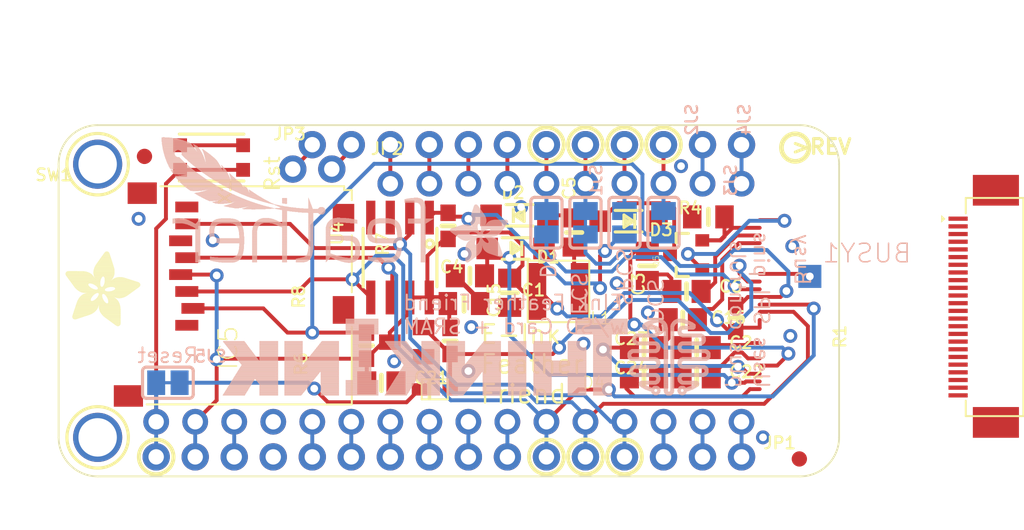
<source format=kicad_pcb>
(kicad_pcb (version 20171130) (host pcbnew 5.1.6-c6e7f7d~87~ubuntu18.04.1)
  (layers (0 Top signal) (31 Bottom signal) (34 B.Paste user) (35 F.Paste user) (36 B.SilkS user) (37 F.SilkS user) (38 B.Mask user) (39 F.Mask user) (44 Edge.Cuts user))
  (net 0 "")
  (net 1 GND)
  (net 2 3.3V)
  (net 3 "Net-(C16-Pad2)")
  (net 4 /MOSI)
  (net 5 /SCLK)
  (net 6 "Net-(U4-Pad3)")
  (net 7 /SRAM_CS)
  (net 8 /MISO)
  (net 9 "Net-(X1-Pad1)")
  (net 10 /SD_CS)
  (net 11 "Net-(X1-Pad8)")
  (net 12 "Net-(X1-PadCD2)")
  (net 13 "Net-(X1-PadCD1)")
  (net 14 "Net-(C24-Pad2)")
  (net 15 /VGL)
  (net 16 "Net-(C23-Pad2)")
  (net 17 /VGH)
  (net 18 "Net-(C22-Pad2)")
  (net 19 "Net-(EINK1-Pad19)")
  (net 20 "Net-(C2-Pad2)")
  (net 21 /EINK_CS)
  (net 22 /DC)
  (net 23 /EINK_RESET)
  (net 24 /BUSY)
  (net 25 "Net-(EINK1-Pad7)")
  (net 26 "Net-(EINK1-Pad6)")
  (net 27 "Net-(C6-Pad2)")
  (net 28 /RESE)
  (net 29 /GDR)
  (net 30 "Net-(C5-Pad2)")
  (net 31 "Net-(C5-Pad1)")
  (net 32 /RESET)
  (net 33 "Net-(JP1-Pad14)")
  (net 34 "Net-(JP1-Pad1)")
  (net 35 "Net-(JP1-Pad2)")
  (net 36 "Net-(JP1-Pad3)")
  (net 37 "Net-(JP1-Pad7)")
  (net 38 "Net-(JP1-Pad8)")
  (net 39 "Net-(JP1-Pad9)")
  (net 40 "Net-(JP1-Pad10)")
  (net 41 "Net-(JP1-Pad11)")
  (net 42 "Net-(JP1-Pad12)")
  (net 43 "Net-(JP2-Pad10)")
  (net 44 "Net-(JP2-Pad9)")
  (net 45 "Net-(JP2-Pad8)")
  (net 46 "Net-(JP2-Pad7)")
  (net 47 "Net-(JP2-Pad6)")
  (net 48 "Net-(JP2-Pad5)")
  (net 49 "Net-(JP2-Pad4)")
  (net 50 "Net-(JP2-Pad3)")
  (net 51 "Net-(JP2-Pad2)")
  (net 52 "Net-(JP2-Pad1)")
  (net 53 "Net-(JP3-Pad2)")
  (net 54 "Net-(JP3-Pad1)")
  (net 55 "Net-(D4-PadC)")
  (module "Adafruit eInk Feather Friend:FIDUCIAL_1MM" (layer Top) (at 171.3131 115.2976)
    (fp_text reference FID1 hide)
    (fp_text value FIDUCIAL_1MM hide)
    (pad 1 smd roundrect (at 0 0) (size 1 1) (layers Top F.Mask) (roundrect_rratio 0.5))
  )
  (module "Adafruit eInk Feather Friend:0805-NO" (layer Top) (at 152.4595 104.482 90)
    (fp_text reference C15 (at -1.694 -0.5635 90) (layer F.SilkS) (effects (font (size 0.77216 0.77216) (thickness 0.138988)) (justify left bottom)))
    (fp_text value 10uF/10V+)
    (pad 2 smd rect (at 0.95 0 90) (size 1.24 1.5) (layers Top F.Paste F.Mask) (net 2 3.3V))
    (pad 1 smd rect (at -0.95 0 90) (size 1.24 1.5) (layers Top F.Paste F.Mask) (net 1 GND))
  )
  (module "Adafruit eInk Feather Friend:0805-NO" (layer Top) (at 163.7275 106.2334)
    (fp_text reference C16 (at 1.778 0.3175) (layer F.SilkS) (effects (font (size 0.77216 0.77216) (thickness 0.138988)) (justify left bottom)))
    (fp_text value 1uF)
    (pad 2 smd rect (at 0.95 0) (size 1.24 1.5) (layers Top F.Paste F.Mask) (net 3 "Net-(C16-Pad2)"))
    (pad 1 smd rect (at -0.95 0) (size 1.24 1.5) (layers Top F.Paste F.Mask) (net 1 GND))
  )
  (module "Adafruit eInk Feather Friend:0805-NO" (layer Top) (at 144.1081 110.3476)
    (fp_text reference C21 (at 2.032 0.127) (layer F.SilkS) (effects (font (size 0.77216 0.77216) (thickness 0.138988)) (justify left bottom)))
    (fp_text value 10µF)
    (pad 2 smd rect (at 0.95 0) (size 1.24 1.5) (layers Top F.Paste F.Mask) (net 1 GND))
    (pad 1 smd rect (at -0.95 0) (size 1.24 1.5) (layers Top F.Paste F.Mask) (net 2 3.3V))
  )
  (module "Adafruit eInk Feather Friend:SOIC8_150MIL" (layer Top) (at 145.3217 102.1896 180)
    (fp_text reference U4 (at 3.643 0.717 90) (layer F.SilkS) (effects (font (size 0.77216 0.77216) (thickness 0.138988)) (justify left bottom)))
    (fp_text value 23K256-I/SN)
    (pad 5 smd rect (at 1.905 -2.6 180) (size 0.6 2.2) (layers Top F.Paste F.Mask) (net 4 /MOSI))
    (pad 6 smd rect (at 0.635 -2.6 180) (size 0.6 2.2) (layers Top F.Paste F.Mask) (net 5 /SCLK))
    (pad 8 smd rect (at -1.905 -2.6 180) (size 0.6 2.2) (layers Top F.Paste F.Mask) (net 2 3.3V))
    (pad 4 smd rect (at 1.905 2.6 180) (size 0.6 2.2) (layers Top F.Paste F.Mask) (net 1 GND))
    (pad 3 smd rect (at 0.635 2.6 180) (size 0.6 2.2) (layers Top F.Paste F.Mask) (net 6 "Net-(U4-Pad3)"))
    (pad 1 smd rect (at -1.905 2.6 180) (size 0.6 2.2) (layers Top F.Paste F.Mask) (net 7 /SRAM_CS))
    (pad 7 smd rect (at -0.635 -2.6 180) (size 0.6 2.2) (layers Top F.Paste F.Mask) (net 2 3.3V))
    (pad 2 smd rect (at -0.635 2.6 180) (size 0.6 2.2) (layers Top F.Paste F.Mask) (net 8 /MISO))
  )
  (module "Adafruit eInk Feather Friend:0805_10MGAP" (layer Top) (at 149.4863 105.1826)
    (fp_text reference C1 (at 3.678 -0.4215) (layer F.SilkS) (effects (font (size 0.77216 0.77216) (thickness 0.138988)) (justify left bottom)))
    (fp_text value 1uF)
    (pad 2 smd rect (at 1.05 0) (size 1.2 1.5) (layers Top F.Paste F.Mask) (net 1 GND))
    (pad 1 smd rect (at -1.05 0) (size 1.2 1.5) (layers Top F.Paste F.Mask) (net 2 3.3V))
  )
  (module "Adafruit eInk Feather Friend:MICROSD" (layer Top) (at 142.0839 97.5986 270)
    (fp_text reference X1 (at 1.18 7.69 90) (layer F.SilkS) (effects (font (size 0.77216 0.77216) (thickness 0.138988)) (justify left bottom)))
    (fp_text value MICROSD)
    (pad 1 smd rect (at 9 10.64 270) (size 0.7 1.5) (layers Top F.Paste F.Mask) (net 9 "Net-(X1-Pad1)"))
    (pad 2 smd rect (at 7.9 10.24 270) (size 0.7 1.5) (layers Top F.Paste F.Mask) (net 10 /SD_CS))
    (pad 3 smd rect (at 6.8 10.64 270) (size 0.7 1.5) (layers Top F.Paste F.Mask) (net 4 /MOSI))
    (pad 4 smd rect (at 5.7 11.04 270) (size 0.7 1.5) (layers Top F.Paste F.Mask) (net 2 3.3V))
    (pad 5 smd rect (at 4.6 10.64 270) (size 0.7 1.5) (layers Top F.Paste F.Mask) (net 5 /SCLK))
    (pad 6 smd rect (at 3.5 11.04 270) (size 0.7 1.5) (layers Top F.Paste F.Mask) (net 1 GND))
    (pad 7 smd rect (at 2.4 10.64 270) (size 0.7 1.5) (layers Top F.Paste F.Mask) (net 8 /MISO))
    (pad 8 smd rect (at 1.3 10.64 270) (size 0.7 1.5) (layers Top F.Paste F.Mask) (net 11 "Net-(X1-Pad8)"))
    (pad CD2 smd rect (at 8 0.44) (size 1.4 1.8) (layers Top F.Paste F.Mask) (net 12 "Net-(X1-PadCD2)"))
    (pad CD1 smd rect (at 2 0.44) (size 1.4 1.8) (layers Top F.Paste F.Mask) (net 13 "Net-(X1-PadCD1)"))
    (pad MT2 smd rect (at 13.6 14.44 270) (size 1.4 1.9) (layers Top F.Paste F.Mask) (net 1 GND))
    (pad MT1 smd rect (at 0.4 13.54 270) (size 1.4 1.9) (layers Top F.Paste F.Mask) (net 1 GND))
  )
  (module "Adafruit eInk Feather Friend:FIDUCIAL_1MM" (layer Top) (at 128.6891 95.6056)
    (fp_text reference FID3 hide)
    (fp_text value FIDUCIAL_1MM hide)
    (pad 1 smd roundrect (at 0 0) (size 1 1) (layers Top F.Mask) (roundrect_rratio 0.5))
  )
  (module "Adafruit eInk Feather Friend:PCBFEAT-REV-040" (layer Top) (at 171.0436 95.0341)
    (fp_text reference U$9 hide)
    (fp_text value "" hide)
    (fp_text user >REV (at -0.3556 0.508) (layer F.SilkS) (effects (font (size 0.9652 0.9652) (thickness 0.2032)) (justify left bottom)))
  )
  (module "Adafruit eInk Feather Friend:EINK_24PIN" (layer Top) (at 183.896 105.41 270)
    (fp_text reference EINK1 hide)
    (fp_text value EINK_24PIN_CONNECTOR hide)
    (pad 24 smd rect (at 5.75 2.25 270) (size 0.275 1.25) (layers Top F.Paste F.Mask) (net 14 "Net-(C24-Pad2)"))
    (pad 23 smd rect (at 5.25 2.25 270) (size 0.275 1.25) (layers Top F.Paste F.Mask) (net 15 /VGL))
    (pad 22 smd rect (at 4.75 2.25 270) (size 0.275 1.25) (layers Top F.Paste F.Mask) (net 16 "Net-(C23-Pad2)"))
    (pad 21 smd rect (at 4.25 2.25 270) (size 0.275 1.25) (layers Top F.Paste F.Mask) (net 17 /VGH))
    (pad 20 smd rect (at 3.75 2.25 270) (size 0.275 1.25) (layers Top F.Paste F.Mask) (net 18 "Net-(C22-Pad2)"))
    (pad 19 smd rect (at 3.25 2.25 270) (size 0.275 1.25) (layers Top F.Paste F.Mask) (net 19 "Net-(EINK1-Pad19)"))
    (pad 18 smd rect (at 2.75 2.25 270) (size 0.275 1.25) (layers Top F.Paste F.Mask) (net 20 "Net-(C2-Pad2)"))
    (pad 17 smd rect (at 2.25 2.25 270) (size 0.275 1.25) (layers Top F.Paste F.Mask) (net 1 GND))
    (pad 16 smd rect (at 1.75 2.25 270) (size 0.275 1.25) (layers Top F.Paste F.Mask) (net 2 3.3V))
    (pad 15 smd rect (at 1.25 2.25 270) (size 0.275 1.25) (layers Top F.Paste F.Mask) (net 2 3.3V))
    (pad 14 smd rect (at 0.75 2.25 270) (size 0.275 1.25) (layers Top F.Paste F.Mask) (net 4 /MOSI))
    (pad 13 smd rect (at 0.25 2.25 270) (size 0.275 1.25) (layers Top F.Paste F.Mask) (net 5 /SCLK))
    (pad 12 smd rect (at -0.25 2.25 270) (size 0.275 1.25) (layers Top F.Paste F.Mask) (net 21 /EINK_CS))
    (pad 11 smd rect (at -0.75 2.25 270) (size 0.275 1.25) (layers Top F.Paste F.Mask) (net 22 /DC))
    (pad 10 smd rect (at -1.25 2.25 270) (size 0.275 1.25) (layers Top F.Paste F.Mask) (net 23 /EINK_RESET))
    (pad 9 smd rect (at -1.75 2.25 270) (size 0.275 1.25) (layers Top F.Paste F.Mask) (net 24 /BUSY))
    (pad 8 smd rect (at -2.25 2.25 270) (size 0.275 1.25) (layers Top F.Paste F.Mask) (net 1 GND))
    (pad 7 smd rect (at -2.75 2.25 270) (size 0.275 1.25) (layers Top F.Paste F.Mask) (net 25 "Net-(EINK1-Pad7)"))
    (pad 6 smd rect (at -3.25 2.25 270) (size 0.275 1.25) (layers Top F.Paste F.Mask) (net 26 "Net-(EINK1-Pad6)"))
    (pad 5 smd rect (at -3.75 2.25 270) (size 0.275 1.25) (layers Top F.Paste F.Mask) (net 3 "Net-(C16-Pad2)"))
    (pad 4 smd rect (at -4.25 2.25 270) (size 0.275 1.25) (layers Top F.Paste F.Mask) (net 27 "Net-(C6-Pad2)"))
    (pad 3 smd rect (at -4.75 2.25 270) (size 0.275 1.25) (layers Top F.Paste F.Mask) (net 28 /RESE))
    (pad 2 smd rect (at -5.25 2.25 270) (size 0.275 1.25) (layers Top F.Paste F.Mask) (net 29 /GDR))
    (pad 1 smd rect (at -5.75 2.25 270) (size 0.275 1.25) (layers Top F.Paste F.Mask))
    (pad SPRT2 smd rect (at 7.51 -0.21 180) (size 3 2) (layers Top F.Paste F.Mask))
    (pad SPRT1 smd rect (at -7.6 -0.21 180) (size 3 2) (layers Top F.Paste F.Mask))
  )
  (module "Adafruit eInk Feather Friend:0805-NO" (layer Top) (at 164.6301 108.0516)
    (fp_text reference C2 (at 2.032 0.127) (layer F.SilkS) (effects (font (size 0.77216 0.77216) (thickness 0.138988)) (justify left bottom)))
    (fp_text value 1uF/10V)
    (pad 2 smd rect (at 0.95 0) (size 1.24 1.5) (layers Top F.Paste F.Mask) (net 20 "Net-(C2-Pad2)"))
    (pad 1 smd rect (at -0.95 0) (size 1.24 1.5) (layers Top F.Paste F.Mask) (net 1 GND))
  )
  (module "Adafruit eInk Feather Friend:0805-NO" (layer Top) (at 164.6301 109.9566)
    (fp_text reference C22 (at 2.032 0.127) (layer F.SilkS) (effects (font (size 0.77216 0.77216) (thickness 0.138988)) (justify left bottom)))
    (fp_text value 1uF/25V)
    (pad 2 smd rect (at 0.95 0) (size 1.24 1.5) (layers Top F.Paste F.Mask) (net 18 "Net-(C22-Pad2)"))
    (pad 1 smd rect (at -0.95 0) (size 1.24 1.5) (layers Top F.Paste F.Mask) (net 1 GND))
  )
  (module "Adafruit eInk Feather Friend:0805-NO" (layer Top) (at 161.2011 108.0516 180)
    (fp_text reference C23 (at 2.032 0.127) (layer F.SilkS) (effects (font (size 0.77216 0.77216) (thickness 0.138988)) (justify left bottom)))
    (fp_text value 1uF/25V)
    (pad 2 smd rect (at 0.95 0 180) (size 1.24 1.5) (layers Top F.Paste F.Mask) (net 16 "Net-(C23-Pad2)"))
    (pad 1 smd rect (at -0.95 0 180) (size 1.24 1.5) (layers Top F.Paste F.Mask) (net 1 GND))
  )
  (module "Adafruit eInk Feather Friend:0805-NO" (layer Top) (at 161.2011 109.9566 180)
    (fp_text reference C24 (at 2.032 0.127) (layer F.SilkS) (effects (font (size 0.77216 0.77216) (thickness 0.138988)) (justify left bottom)))
    (fp_text value 1uF)
    (pad 2 smd rect (at 0.95 0 180) (size 1.24 1.5) (layers Top F.Paste F.Mask) (net 14 "Net-(C24-Pad2)"))
    (pad 1 smd rect (at -0.95 0 180) (size 1.24 1.5) (layers Top F.Paste F.Mask) (net 1 GND))
  )
  (module "Adafruit eInk Feather Friend:0805-NO" (layer Top) (at 161.417 102.7303 270)
    (fp_text reference C3 (at 2.032 0.127 90) (layer F.SilkS) (effects (font (size 0.77216 0.77216) (thickness 0.138988)) (justify left bottom)))
    (fp_text value 1uF/25V)
    (pad 2 smd rect (at 0.95 0 270) (size 1.24 1.5) (layers Top F.Paste F.Mask) (net 1 GND))
    (pad 1 smd rect (at -0.95 0 270) (size 1.24 1.5) (layers Top F.Paste F.Mask) (net 17 /VGH))
  )
  (module "Adafruit eInk Feather Friend:0805-NO" (layer Top) (at 149.8727 103.378 180)
    (fp_text reference C4 (at 2.032 0.127) (layer F.SilkS) (effects (font (size 0.77216 0.77216) (thickness 0.138988)) (justify left bottom)))
    (fp_text value 1uF/25V)
    (pad 2 smd rect (at 0.95 0 180) (size 1.24 1.5) (layers Top F.Paste F.Mask) (net 1 GND))
    (pad 1 smd rect (at -0.95 0 180) (size 1.24 1.5) (layers Top F.Paste F.Mask) (net 15 /VGL))
  )
  (module "Adafruit eInk Feather Friend:SOD-123" (layer Top) (at 153.0985 99.441)
    (fp_text reference D2 (at -1.27 -1.016) (layer F.SilkS) (effects (font (size 0.77216 0.77216) (thickness 0.138988)) (justify left bottom)))
    (fp_text value MBR0530)
    (pad A smd rect (at 1.85 0 90) (size 1.4 1.4) (layers Top F.Paste F.Mask) (net 30 "Net-(C5-Pad2)"))
    (pad C smd rect (at -1.85 0 90) (size 1.4 1.4) (layers Top F.Paste F.Mask) (net 1 GND))
  )
  (module "Adafruit eInk Feather Friend:SOD-123" (layer Top) (at 152.8445 101.6 180)
    (fp_text reference D1 (at -1.27 -1.016) (layer F.SilkS) (effects (font (size 0.77216 0.77216) (thickness 0.138988)) (justify left bottom)))
    (fp_text value MBR0530)
    (pad A smd rect (at 1.85 0 270) (size 1.4 1.4) (layers Top F.Paste F.Mask) (net 15 /VGL))
    (pad C smd rect (at -1.85 0 270) (size 1.4 1.4) (layers Top F.Paste F.Mask) (net 30 "Net-(C5-Pad2)"))
  )
  (module "Adafruit eInk Feather Friend:0805-NO" (layer Top) (at 156.6545 100.5586 90)
    (fp_text reference C5 (at 2.032 0.127 90) (layer F.SilkS) (effects (font (size 0.77216 0.77216) (thickness 0.138988)) (justify left bottom)))
    (fp_text value 10uF/25V)
    (pad 2 smd rect (at 0.95 0 90) (size 1.24 1.5) (layers Top F.Paste F.Mask) (net 30 "Net-(C5-Pad2)"))
    (pad 1 smd rect (at -0.95 0 90) (size 1.24 1.5) (layers Top F.Paste F.Mask) (net 31 "Net-(C5-Pad1)"))
  )
  (module "Adafruit eInk Feather Friend:SOD-123" (layer Top) (at 160.1978 99.822 180)
    (fp_text reference D3 (at -1.27 -1.016) (layer F.SilkS) (effects (font (size 0.77216 0.77216) (thickness 0.138988)) (justify left bottom)))
    (fp_text value MBR0530)
    (pad A smd rect (at 1.85 0 270) (size 1.4 1.4) (layers Top F.Paste F.Mask) (net 31 "Net-(C5-Pad1)"))
    (pad C smd rect (at -1.85 0 270) (size 1.4 1.4) (layers Top F.Paste F.Mask) (net 17 /VGH))
  )
  (module "Adafruit eInk Feather Friend:INDUCTOR_4X4MM_NR401" (layer Top) (at 155.6385 104.394 180)
    (fp_text reference L1 (at -2 -2.2) (layer F.SilkS) (effects (font (size 0.77216 0.77216) (thickness 0.092659)) (justify left bottom)))
    (fp_text value 10uH)
    (pad P$2 smd rect (at 1.4 0 180) (size 1.2 3.7) (layers Top F.Paste F.Mask) (net 2 3.3V))
    (pad P$1 smd rect (at -1.4 0 180) (size 1.2 3.7) (layers Top F.Paste F.Mask) (net 31 "Net-(C5-Pad1)"))
  )
  (module "Adafruit eInk Feather Friend:0805_10MGAP" (layer Top) (at 165.3921 99.5426 180)
    (fp_text reference R4 (at 2.032 0.127) (layer F.SilkS) (effects (font (size 0.77216 0.77216) (thickness 0.138988)) (justify left bottom)))
    (fp_text value .47ohm)
    (pad 2 smd rect (at 1.05 0 180) (size 1.2 1.5) (layers Top F.Paste F.Mask) (net 1 GND))
    (pad 1 smd rect (at -1.05 0 180) (size 1.2 1.5) (layers Top F.Paste F.Mask) (net 28 /RESE))
  )
  (module "Adafruit eInk Feather Friend:SOT23-3" (layer Top) (at 163.9951 102.0191 90)
    (fp_text reference Q5 (at -0.8255 -1.778 90) (layer F.SilkS) (effects (font (size 0.38608 0.38608) (thickness 0.030886)) (justify left bottom)))
    (fp_text value IRLML0100)
    (pad 3 smd rect (at 0 -1.1 90) (size 0.8 0.9) (layers Top F.Paste F.Mask) (net 31 "Net-(C5-Pad1)"))
    (pad 2 smd rect (at 0.95 1 90) (size 0.8 0.9) (layers Top F.Paste F.Mask) (net 28 /RESE))
    (pad 1 smd rect (at -0.95 1 90) (size 0.8 0.9) (layers Top F.Paste F.Mask) (net 29 /GDR))
  )
  (module "Adafruit eInk Feather Friend:0805-NO" (layer Top) (at 163.9697 104.394)
    (fp_text reference C6 (at 2.032 0.127) (layer F.SilkS) (effects (font (size 0.77216 0.77216) (thickness 0.138988)) (justify left bottom)))
    (fp_text value 1uF/10V)
    (pad 2 smd rect (at 0.95 0) (size 1.24 1.5) (layers Top F.Paste F.Mask) (net 27 "Net-(C6-Pad2)"))
    (pad 1 smd rect (at -0.95 0) (size 1.24 1.5) (layers Top F.Paste F.Mask) (net 1 GND))
  )
  (module "Adafruit eInk Feather Friend:FEATHERWING_NOHOLES" (layer Top) (at 123.1011 116.4336)
    (fp_text reference MS1 hide)
    (fp_text value FEATHERWING_NOHOLES hide)
    (pad 1 thru_hole circle (at 6.35 -1.27) (size 1.778 1.778) (drill 1) (layers *.Cu *.Mask) (net 32 /RESET))
    (pad 2 thru_hole circle (at 8.89 -1.27) (size 1.778 1.778) (drill 1) (layers *.Cu *.Mask) (net 2 3.3V))
    (pad 3 thru_hole circle (at 11.43 -1.27) (size 1.778 1.778) (drill 1) (layers *.Cu *.Mask) (net 33 "Net-(JP1-Pad14)"))
    (pad 4 thru_hole circle (at 13.97 -1.27) (size 1.778 1.778) (drill 1) (layers *.Cu *.Mask) (net 1 GND))
    (pad 16 thru_hole circle (at 44.45 -1.27) (size 1.778 1.778) (drill 1) (layers *.Cu *.Mask) (net 34 "Net-(JP1-Pad1)"))
    (pad 15 thru_hole circle (at 41.91 -1.27) (size 1.778 1.778) (drill 1) (layers *.Cu *.Mask) (net 35 "Net-(JP1-Pad2)"))
    (pad 14 thru_hole circle (at 39.37 -1.27) (size 1.778 1.778) (drill 1) (layers *.Cu *.Mask) (net 36 "Net-(JP1-Pad3)"))
    (pad 13 thru_hole circle (at 36.83 -1.27) (size 1.778 1.778) (drill 1) (layers *.Cu *.Mask) (net 8 /MISO))
    (pad 12 thru_hole circle (at 34.29 -1.27) (size 1.778 1.778) (drill 1) (layers *.Cu *.Mask) (net 4 /MOSI))
    (pad 11 thru_hole circle (at 31.75 -1.27) (size 1.778 1.778) (drill 1) (layers *.Cu *.Mask) (net 5 /SCLK))
    (pad 10 thru_hole circle (at 29.21 -1.27) (size 1.778 1.778) (drill 1) (layers *.Cu *.Mask) (net 37 "Net-(JP1-Pad7)"))
    (pad 9 thru_hole circle (at 26.67 -1.27) (size 1.778 1.778) (drill 1) (layers *.Cu *.Mask) (net 38 "Net-(JP1-Pad8)"))
    (pad 8 thru_hole circle (at 24.13 -1.27) (size 1.778 1.778) (drill 1) (layers *.Cu *.Mask) (net 39 "Net-(JP1-Pad9)"))
    (pad 7 thru_hole circle (at 21.59 -1.27) (size 1.778 1.778) (drill 1) (layers *.Cu *.Mask) (net 40 "Net-(JP1-Pad10)"))
    (pad 6 thru_hole circle (at 19.05 -1.27) (size 1.778 1.778) (drill 1) (layers *.Cu *.Mask) (net 41 "Net-(JP1-Pad11)"))
    (pad 5 thru_hole circle (at 16.51 -1.27) (size 1.778 1.778) (drill 1) (layers *.Cu *.Mask) (net 42 "Net-(JP1-Pad12)"))
    (pad 17 thru_hole circle (at 44.45 -21.59) (size 1.778 1.778) (drill 1) (layers *.Cu *.Mask) (net 43 "Net-(JP2-Pad10)"))
    (pad 18 thru_hole circle (at 41.91 -21.59) (size 1.778 1.778) (drill 1) (layers *.Cu *.Mask) (net 44 "Net-(JP2-Pad9)"))
    (pad 19 thru_hole circle (at 39.37 -21.59) (size 1.778 1.778) (drill 1) (layers *.Cu *.Mask) (net 45 "Net-(JP2-Pad8)"))
    (pad 20 thru_hole circle (at 36.83 -21.59) (size 1.778 1.778) (drill 1) (layers *.Cu *.Mask) (net 46 "Net-(JP2-Pad7)"))
    (pad 21 thru_hole circle (at 34.29 -21.59) (size 1.778 1.778) (drill 1) (layers *.Cu *.Mask) (net 47 "Net-(JP2-Pad6)"))
    (pad 22 thru_hole circle (at 31.75 -21.59) (size 1.778 1.778) (drill 1) (layers *.Cu *.Mask) (net 48 "Net-(JP2-Pad5)"))
    (pad 23 thru_hole circle (at 29.21 -21.59) (size 1.778 1.778) (drill 1) (layers *.Cu *.Mask) (net 49 "Net-(JP2-Pad4)"))
    (pad 24 thru_hole circle (at 26.67 -21.59) (size 1.778 1.778) (drill 1) (layers *.Cu *.Mask) (net 50 "Net-(JP2-Pad3)"))
    (pad 25 thru_hole circle (at 24.13 -21.59) (size 1.778 1.778) (drill 1) (layers *.Cu *.Mask) (net 51 "Net-(JP2-Pad2)"))
    (pad 26 thru_hole circle (at 21.59 -21.59) (size 1.778 1.778) (drill 1) (layers *.Cu *.Mask) (net 52 "Net-(JP2-Pad1)"))
    (pad 27 thru_hole circle (at 19.05 -21.59) (size 1.778 1.778) (drill 1) (layers *.Cu *.Mask) (net 53 "Net-(JP3-Pad2)"))
    (pad 28 thru_hole circle (at 16.51 -21.59) (size 1.778 1.778) (drill 1) (layers *.Cu *.Mask) (net 54 "Net-(JP3-Pad1)"))
  )
  (module "Adafruit eInk Feather Friend:SOT23" (layer Top) (at 145.7579 107.696 90)
    (fp_text reference IC5 (at -1.905 -10.922 90) (layer F.SilkS) (effects (font (size 1.2065 1.2065) (thickness 0.09652)) (justify left bottom)))
    (fp_text value AXP803)
    (pad 1 smd rect (at -0.95 1.1 90) (size 1 1.4) (layers Top F.Paste F.Mask) (net 1 GND))
    (pad 2 smd rect (at 0.95 1.1 90) (size 1 1.4) (layers Top F.Paste F.Mask) (net 23 /EINK_RESET))
    (pad 3 smd rect (at 0 -1.1 90) (size 1 1.4) (layers Top F.Paste F.Mask) (net 2 3.3V))
  )
  (module "Adafruit eInk Feather Friend:0603-NO" (layer Top) (at 148.5773 107.6198 90)
    (fp_text reference R8 (at 2.032 -9.398 90) (layer F.SilkS) (effects (font (size 0.77216 0.77216) (thickness 0.138988)) (justify left bottom)))
    (fp_text value 100K)
    (pad 2 smd rect (at 0.85 0 90) (size 1.075 1) (layers Top F.Paste F.Mask) (net 2 3.3V))
    (pad 1 smd rect (at -0.85 0 90) (size 1.075 1) (layers Top F.Paste F.Mask) (net 23 /EINK_RESET))
  )
  (module "Adafruit eInk Feather Friend:SOD-323F" (layer Top) (at 147.5867 110.7694 180)
    (fp_text reference D4 (at -9.547 -0.011) (layer F.SilkS) (effects (font (size 0.77216 0.77216) (thickness 0.061772)) (justify left bottom)))
    (fp_text value 1N4148)
    (pad C smd rect (at 1 0 180) (size 1 0.8) (layers Top F.Paste F.Mask) (net 55 "Net-(D4-PadC)"))
    (pad A smd rect (at -1 0 180) (size 1 0.8) (layers Top F.Paste F.Mask) (net 23 /EINK_RESET))
  )
  (module "Adafruit eInk Feather Friend:BTN_KMR2_4.6X2.8" (layer Top) (at 133.0579 95.6818)
    (fp_text reference SW1 (at -11.557 1.58) (layer F.SilkS) (effects (font (size 0.77216 0.77216) (thickness 0.138988)) (justify left bottom)))
    (fp_text value "6mm SMT")
    (pad A' smd rect (at -2.05 -0.8) (size 0.9 0.9) (layers Top F.Paste F.Mask) (net 1 GND))
    (pad B' smd rect (at -2.05 0.8) (size 0.9 0.9) (layers Top F.Paste F.Mask) (net 32 /RESET))
    (pad B smd rect (at 2.05 0.8) (size 0.9 0.9) (layers Top F.Paste F.Mask) (net 32 /RESET))
    (pad A smd rect (at 2.05 -0.8) (size 0.9 0.9) (layers Top F.Paste F.Mask) (net 1 GND))
  )
  (module "Adafruit eInk Feather Friend:0603-NO" (layer Top) (at 167.1701 106.1466 270)
    (fp_text reference R1 (at 2.032 -7.239 90) (layer F.SilkS) (effects (font (size 0.77216 0.77216) (thickness 0.138988)) (justify left bottom)))
    (fp_text value 100K)
    (pad 2 smd rect (at 0.85 0 270) (size 1.075 1) (layers Top F.Paste F.Mask) (net 2 3.3V))
    (pad 1 smd rect (at -0.85 0 270) (size 1.075 1) (layers Top F.Paste F.Mask) (net 21 /EINK_CS))
  )
  (module "Adafruit eInk Feather Friend:SOLDERJUMPER_CLOSEDWIRE" (layer Bottom) (at 157.3911 99.9236 270)
    (fp_text reference SJ1 (at -1.651 -1.143 90) (layer B.SilkS) (effects (font (size 0.77216 0.77216) (thickness 0.138988)) (justify right bottom mirror)))
    (fp_text value SOLDERJUMPER_CLOSED)
    (pad WIRE smd rect (at 0 0 90) (size 0.635 0.2032) (layers Bottom B.Mask))
    (pad 2 smd rect (at 0.762 0 270) (size 1.1684 1.6002) (layers Bottom B.Mask) (net 21 /EINK_CS))
    (pad 1 smd rect (at -0.762 0 270) (size 1.1684 1.6002) (layers Bottom B.Mask) (net 47 "Net-(JP2-Pad6)"))
  )
  (module "Adafruit eInk Feather Friend:SOLDERJUMPER_CLOSEDWIRE" (layer Bottom) (at 159.9311 99.9236 270)
    (fp_text reference SJ2 (at -5.588 -4.826 90) (layer B.SilkS) (effects (font (size 0.77216 0.77216) (thickness 0.138988)) (justify right bottom mirror)))
    (fp_text value SOLDERJUMPER_CLOSED)
    (pad WIRE smd rect (at 0 0 90) (size 0.635 0.2032) (layers Bottom B.Mask))
    (pad 2 smd rect (at 0.762 0 270) (size 1.1684 1.6002) (layers Bottom B.Mask) (net 7 /SRAM_CS))
    (pad 1 smd rect (at -0.762 0 270) (size 1.1684 1.6002) (layers Bottom B.Mask) (net 46 "Net-(JP2-Pad7)"))
  )
  (module "Adafruit eInk Feather Friend:SOLDERJUMPER_CLOSEDWIRE" (layer Bottom) (at 162.4711 99.9236 270)
    (fp_text reference SJ3 (at -1.651 -4.826 90) (layer B.SilkS) (effects (font (size 0.77216 0.77216) (thickness 0.138988)) (justify right bottom mirror)))
    (fp_text value SOLDERJUMPER_CLOSED)
    (pad WIRE smd rect (at 0 0 90) (size 0.635 0.2032) (layers Bottom B.Mask))
    (pad 2 smd rect (at 0.762 0 270) (size 1.1684 1.6002) (layers Bottom B.Mask) (net 10 /SD_CS))
    (pad 1 smd rect (at -0.762 0 270) (size 1.1684 1.6002) (layers Bottom B.Mask) (net 45 "Net-(JP2-Pad8)"))
  )
  (module "Adafruit eInk Feather Friend:0603-NO" (layer Top) (at 143.1417 107.9246 270)
    (fp_text reference R6 (at 2.032 3.81 90) (layer F.SilkS) (effects (font (size 0.77216 0.77216) (thickness 0.138988)) (justify left bottom)))
    (fp_text value 100K)
    (pad 2 smd rect (at 0.85 0 270) (size 1.075 1) (layers Top F.Paste F.Mask) (net 2 3.3V))
    (pad 1 smd rect (at -0.85 0 270) (size 1.075 1) (layers Top F.Paste F.Mask) (net 10 /SD_CS))
  )
  (module "Adafruit eInk Feather Friend:0603-NO" (layer Top) (at 148.4503 100.1268 270)
    (fp_text reference R7 (at 2.032 3.81 90) (layer F.SilkS) (effects (font (size 0.77216 0.77216) (thickness 0.138988)) (justify left bottom)))
    (fp_text value 100K)
    (pad 2 smd rect (at 0.85 0 270) (size 1.075 1) (layers Top F.Paste F.Mask) (net 2 3.3V))
    (pad 1 smd rect (at -0.85 0 270) (size 1.075 1) (layers Top F.Paste F.Mask) (net 7 /SRAM_CS))
  )
  (module "Adafruit eInk Feather Friend:SOLDERJUMPER_CLOSEDWIRE" (layer Bottom) (at 154.8511 99.9236 270)
    (fp_text reference SJ4 (at -5.588 -13.335 90) (layer B.SilkS) (effects (font (size 0.77216 0.77216) (thickness 0.138988)) (justify right bottom mirror)))
    (fp_text value SOLDERJUMPER_CLOSED)
    (pad WIRE smd rect (at 0 0 90) (size 0.635 0.2032) (layers Bottom B.Mask))
    (pad 2 smd rect (at 0.762 0 270) (size 1.1684 1.6002) (layers Bottom B.Mask) (net 22 /DC))
    (pad 1 smd rect (at -0.762 0 270) (size 1.1684 1.6002) (layers Bottom B.Mask) (net 48 "Net-(JP2-Pad5)"))
  )
  (module "Adafruit eInk Feather Friend:ADAFRUIT_5MM" (layer Top) (at 123.5456 106.6546)
    (fp_text reference U$8 hide)
    (fp_text value "" hide)
  )
  (module "Adafruit eInk Feather Friend:TP15SQ" (layer Bottom) (at 171.9961 103.4161 180)
    (fp_text reference BUSY1 (at -0.7501 0.8001) (layer B.SilkS) (effects (font (size 1.2065 1.2065) (thickness 0.09652)) (justify right bottom mirror)))
    (fp_text value TPTP15SQ)
    (pad TP smd rect (at 0 0 180) (size 1.5 1.5) (layers Bottom B.Mask) (net 24 /BUSY))
  )
  (module "Adafruit eInk Feather Friend:1X16_ROUND" (layer Top) (at 148.5011 112.8776 180)
    (fp_text reference JP1 (at -20.3962 -1.8288) (layer F.SilkS) (effects (font (size 0.77216 0.77216) (thickness 0.138988)) (justify left bottom)))
    (fp_text value HEADER-1X16ROUND)
    (pad 16 thru_hole circle (at 19.05 0 270) (size 1.6764 1.6764) (drill 1) (layers *.Cu *.Mask) (net 32 /RESET))
    (pad 15 thru_hole circle (at 16.51 0 270) (size 1.6764 1.6764) (drill 1) (layers *.Cu *.Mask) (net 2 3.3V))
    (pad 14 thru_hole circle (at 13.97 0 270) (size 1.6764 1.6764) (drill 1) (layers *.Cu *.Mask) (net 33 "Net-(JP1-Pad14)"))
    (pad 13 thru_hole circle (at 11.43 0 270) (size 1.6764 1.6764) (drill 1) (layers *.Cu *.Mask) (net 1 GND))
    (pad 12 thru_hole circle (at 8.89 0 270) (size 1.6764 1.6764) (drill 1) (layers *.Cu *.Mask) (net 42 "Net-(JP1-Pad12)"))
    (pad 11 thru_hole circle (at 6.35 0 270) (size 1.6764 1.6764) (drill 1) (layers *.Cu *.Mask) (net 41 "Net-(JP1-Pad11)"))
    (pad 10 thru_hole circle (at 3.81 0 270) (size 1.6764 1.6764) (drill 1) (layers *.Cu *.Mask) (net 40 "Net-(JP1-Pad10)"))
    (pad 9 thru_hole circle (at 1.27 0 270) (size 1.6764 1.6764) (drill 1) (layers *.Cu *.Mask) (net 39 "Net-(JP1-Pad9)"))
    (pad 8 thru_hole circle (at -1.27 0 270) (size 1.6764 1.6764) (drill 1) (layers *.Cu *.Mask) (net 38 "Net-(JP1-Pad8)"))
    (pad 7 thru_hole circle (at -3.81 0 270) (size 1.6764 1.6764) (drill 1) (layers *.Cu *.Mask) (net 37 "Net-(JP1-Pad7)"))
    (pad 6 thru_hole circle (at -6.35 0 270) (size 1.6764 1.6764) (drill 1) (layers *.Cu *.Mask) (net 5 /SCLK))
    (pad 5 thru_hole circle (at -8.89 0 270) (size 1.6764 1.6764) (drill 1) (layers *.Cu *.Mask) (net 4 /MOSI))
    (pad 4 thru_hole circle (at -11.43 0 270) (size 1.6764 1.6764) (drill 1) (layers *.Cu *.Mask) (net 8 /MISO))
    (pad 3 thru_hole circle (at -13.97 0 270) (size 1.6764 1.6764) (drill 1) (layers *.Cu *.Mask) (net 36 "Net-(JP1-Pad3)"))
    (pad 2 thru_hole circle (at -16.51 0 270) (size 1.6764 1.6764) (drill 1) (layers *.Cu *.Mask) (net 35 "Net-(JP1-Pad2)"))
    (pad 1 thru_hole circle (at -19.05 0 270) (size 1.6764 1.6764) (drill 1) (layers *.Cu *.Mask) (net 34 "Net-(JP1-Pad1)"))
  )
  (module "Adafruit eInk Feather Friend:1X10_ROUND" (layer Top) (at 156.1211 97.3836)
    (fp_text reference JP2 (at -12.7762 -1.8288) (layer F.SilkS) (effects (font (size 0.77216 0.77216) (thickness 0.138988)) (justify left bottom)))
    (fp_text value HEADER-1X10ROUND)
    (pad 10 thru_hole circle (at 11.43 0 90) (size 1.6764 1.6764) (drill 1) (layers *.Cu *.Mask) (net 43 "Net-(JP2-Pad10)"))
    (pad 9 thru_hole circle (at 8.89 0 90) (size 1.6764 1.6764) (drill 1) (layers *.Cu *.Mask) (net 44 "Net-(JP2-Pad9)"))
    (pad 8 thru_hole circle (at 6.35 0 90) (size 1.6764 1.6764) (drill 1) (layers *.Cu *.Mask) (net 45 "Net-(JP2-Pad8)"))
    (pad 7 thru_hole circle (at 3.81 0 90) (size 1.6764 1.6764) (drill 1) (layers *.Cu *.Mask) (net 46 "Net-(JP2-Pad7)"))
    (pad 6 thru_hole circle (at 1.27 0 90) (size 1.6764 1.6764) (drill 1) (layers *.Cu *.Mask) (net 47 "Net-(JP2-Pad6)"))
    (pad 5 thru_hole circle (at -1.27 0 90) (size 1.6764 1.6764) (drill 1) (layers *.Cu *.Mask) (net 48 "Net-(JP2-Pad5)"))
    (pad 4 thru_hole circle (at -3.81 0 90) (size 1.6764 1.6764) (drill 1) (layers *.Cu *.Mask) (net 49 "Net-(JP2-Pad4)"))
    (pad 3 thru_hole circle (at -6.35 0 90) (size 1.6764 1.6764) (drill 1) (layers *.Cu *.Mask) (net 50 "Net-(JP2-Pad3)"))
    (pad 2 thru_hole circle (at -8.89 0 90) (size 1.6764 1.6764) (drill 1) (layers *.Cu *.Mask) (net 51 "Net-(JP2-Pad2)"))
    (pad 1 thru_hole circle (at -11.43 0 90) (size 1.6764 1.6764) (drill 1) (layers *.Cu *.Mask) (net 52 "Net-(JP2-Pad1)"))
  )
  (module "Adafruit eInk Feather Friend:MOUNTINGHOLE_2.5_PLATED" (layer Top) (at 125.6411 96.1136)
    (fp_text reference U$3 hide)
    (fp_text value MOUNTINGHOLE2.5 hide)
    (pad P$1 thru_hole circle (at 0 0) (size 3.2 3.2) (drill 2.5) (layers *.Cu *.Mask))
  )
  (module "Adafruit eInk Feather Friend:MOUNTINGHOLE_2.5_PLATED" (layer Top) (at 125.6411 113.8936)
    (fp_text reference U$4 hide)
    (fp_text value MOUNTINGHOLE2.5 hide)
    (pad P$1 thru_hole circle (at 0 0) (size 3.2 3.2) (drill 2.5) (layers *.Cu *.Mask))
  )
  (module "Adafruit eInk Feather Friend:THINKINK_1.25IN" (layer Bottom) (at 165.5191 111.1631 180)
    (fp_text reference U$5 hide)
    (fp_text value "" hide)
  )
  (module "Adafruit eInk Feather Friend:FEATHERLOGO_MED" (layer Bottom) (at 147.6121 102.5906 180)
    (fp_text reference U$6 hide)
    (fp_text value "" hide)
  )
  (module "Adafruit eInk Feather Friend:SOLDERJUMPER_CLOSEDWIRE" (layer Bottom) (at 130.2131 110.3376 180)
    (fp_text reference SJ5 (at -1.651 1.27) (layer B.SilkS) (effects (font (size 0.77216 0.77216) (thickness 0.138988)) (justify right bottom mirror)))
    (fp_text value SOLDERJUMPER_CLOSED)
    (pad WIRE smd rect (at 0 0) (size 0.635 0.2032) (layers Bottom B.Mask))
    (pad 2 smd rect (at 0.762 0 180) (size 1.1684 1.6002) (layers Bottom B.Mask) (net 32 /RESET))
    (pad 1 smd rect (at -0.762 0 180) (size 1.1684 1.6002) (layers Bottom B.Mask) (net 55 "Net-(D4-PadC)"))
  )
  (module "Adafruit eInk Feather Friend:1X02_ROUND" (layer Top) (at 139.6111 96.4311)
    (fp_text reference JP3 (at -2.6162 -1.8288) (layer F.SilkS) (effects (font (size 0.77216 0.77216) (thickness 0.138988)) (justify left bottom)))
    (fp_text value HEADER-1X2ROUND)
    (pad 2 thru_hole circle (at 1.27 0 90) (size 1.778 1.778) (drill 1) (layers *.Cu *.Mask) (net 53 "Net-(JP3-Pad2)"))
    (pad 1 thru_hole circle (at -1.27 0 90) (size 1.778 1.778) (drill 1) (layers *.Cu *.Mask) (net 54 "Net-(JP3-Pad1)"))
  )
  (module "Adafruit eInk Feather Friend:ADAFRUIT_3.5MM" (layer Bottom) (at 152.3746 102.5271 180)
    (fp_text reference U$17 hide)
    (fp_text value "" hide)
  )
  (gr_text DC (at 154.9146 102.5906 -90) (layer B.SilkS) (effects (font (size 0.9652 0.9652) (thickness 0.12192)) (justify mirror)))
  (gr_text ECS (at 157.5181 103.0986 -90) (layer B.SilkS) (effects (font (size 0.9652 0.9652) (thickness 0.12192)) (justify right top mirror)))
  (gr_text SRCS (at 159.893 103.4542 -90) (layer B.SilkS) (effects (font (size 0.9652 0.9652) (thickness 0.12192)) (justify mirror)))
  (gr_text SDCS (at 162.4711 103.4796 -90) (layer B.SilkS) (effects (font (size 0.9652 0.9652) (thickness 0.12192)) (justify right top mirror)))
  (gr_text "E-Ink\nFeather\nFriend" (at 150.4696 109.1311) (layer F.SilkS) (effects (font (size 1.2065 1.2065) (thickness 0.1524)) (justify left)))
  (gr_text Rst (at 136.4488 95.5167 90) (layer F.SilkS) (effects (font (size 0.9652 0.9652) (thickness 0.12192)) (justify right top)))
  (gr_text Busy (at 172.0596 100.5586 -90) (layer B.SilkS) (effects (font (size 0.9652 0.9652) (thickness 0.12192)) (justify right top mirror)))
  (gr_line (start 173.9011 96.1136) (end 173.9011 113.8936) (layer Edge.Cuts) (width 0.05))
  (gr_arc (start 171.3611 113.8936) (end 173.9011 113.8936) (angle 90) (layer Edge.Cuts) (width 0.05))
  (gr_line (start 171.3611 116.4336) (end 125.6411 116.4336) (layer Edge.Cuts) (width 0.05))
  (gr_arc (start 125.6411 113.8936) (end 125.6411 116.4336) (angle 90) (layer Edge.Cuts) (width 0.05))
  (gr_line (start 123.1011 113.8936) (end 123.1011 96.1136) (layer Edge.Cuts) (width 0.05))
  (gr_arc (start 125.6411 96.1136) (end 123.1011 96.1136) (angle 90) (layer Edge.Cuts) (width 0.05))
  (gr_line (start 125.6411 93.5736) (end 171.3611 93.5736) (layer Edge.Cuts) (width 0.05))
  (gr_arc (start 171.3611 96.1136) (end 171.3611 93.5736) (angle 90) (layer Edge.Cuts) (width 0.05))
  (gr_text Reset (at 130.2131 108.5596) (layer B.SilkS) (effects (font (size 0.9652 0.9652) (thickness 0.12192)) (justify mirror)))
  (gr_circle (center 159.9311 115.1636) (end 161.061684 115.1636) (layer F.SilkS) (width 0.254))
  (gr_circle (center 157.3911 115.1636) (end 158.521684 115.1636) (layer F.SilkS) (width 0.254))
  (gr_circle (center 154.8511 115.1636) (end 155.981684 115.1636) (layer F.SilkS) (width 0.254))
  (gr_circle (center 162.4711 94.8436) (end 163.601684 94.8436) (layer F.SilkS) (width 0.254))
  (gr_circle (center 159.9311 94.8436) (end 161.061684 94.8436) (layer F.SilkS) (width 0.254))
  (gr_circle (center 157.3911 94.8436) (end 158.521684 94.8436) (layer F.SilkS) (width 0.254))
  (gr_circle (center 154.8511 94.8436) (end 155.981684 94.8436) (layer F.SilkS) (width 0.254))
  (gr_circle (center 129.4511 115.1636) (end 130.581684 115.1636) (layer F.SilkS) (width 0.254))
  (gr_text "Uses SPI pins\nplus controls" (at 168.0591 110.7821 -90) (layer B.SilkS) (effects (font (size 0.9652 0.9652) (thickness 0.12192)) (justify left mirror)))
  (gr_text "EInk Feather Friend\nw/SD Card + SRAM" (at 145.4531 104.5591) (layer B.SilkS) (effects (font (size 0.9652 0.9652) (thickness 0.12192)) (justify right top mirror)))
  (segment (start 131.0079 94.8818) (end 135.1079 94.8818) (width 0.254) (layer Top) (net 1))
  (via (at 133.1341 101.0666) (size 0.9064) (drill 0.5) (layers Top Bottom) (net 1))
  (via (at 128.3081 99.6696) (size 0.9064) (drill 0.5) (layers Top Bottom) (net 1))
  (via (at 149.5171 101.9556) (size 0.9064) (drill 0.5) (layers Top Bottom) (net 1))
  (segment (start 148.9227 103.378) (end 150.5363 104.9916) (width 0.3048) (layer Top) (net 1))
  (segment (start 150.5363 104.9916) (end 150.5363 105.1826) (width 0.3048) (layer Top) (net 1))
  (via (at 153.2001 98.9076) (size 0.9064) (drill 0.5) (layers Top Bottom) (net 1))
  (via (at 149.9616 106.7181) (size 0.9064) (drill 0.5) (layers Top Bottom) (net 1))
  (via (at 157.2641 107.7976) (size 0.9064) (drill 0.5) (layers Top Bottom) (net 1))
  (segment (start 162.7775 106.2334) (end 162.7775 107.4252) (width 0.3048) (layer Top) (net 1))
  (segment (start 162.7775 107.4252) (end 162.1511 108.0516) (width 0.3048) (layer Top) (net 1))
  (via (at 170.8531 101.4476) (size 0.9064) (drill 0.5) (layers Top Bottom) (net 1))
  (via (at 170.7261 107.2896) (size 0.9064) (drill 0.5) (layers Top Bottom) (net 1))
  (via (at 144.9451 108.9406) (size 0.9064) (drill 0.5) (layers Top Bottom) (net 1))
  (via (at 161.4551 105.7656) (size 0.9064) (drill 0.5) (layers Top Bottom) (net 1))
  (via (at 168.9481 113.8936) (size 0.9064) (drill 0.5) (layers Top Bottom) (net 1))
  (via (at 149.7711 109.5756) (size 0.9064) (drill 0.5) (layers Top Bottom) (net 1))
  (segment (start 161.417 103.6803) (end 161.8082 103.2891) (width 0.254) (layer Top) (net 1))
  (segment (start 161.8082 103.2891) (end 162.7251 103.2891) (width 0.254) (layer Top) (net 1))
  (segment (start 162.7251 103.2891) (end 162.9791 103.5431) (width 0.254) (layer Top) (net 1))
  (segment (start 162.9791 104.3534) (end 163.0197 104.394) (width 0.254) (layer Top) (net 1))
  (segment (start 162.9791 103.5431) (end 162.9791 104.3534) (width 0.254) (layer Top) (net 1))
  (via (at 163.6141 96.2406) (size 0.9064) (drill 0.5) (layers Top Bottom) (net 1))
  (via (at 159.4231 103.8606) (size 0.9064) (drill 0.5) (layers Top Bottom) (net 1))
  (segment (start 131.9911 112.8776) (end 131.9911 115.1636) (width 0.254) (layer Bottom) (net 2))
  (segment (start 145.9567 104.7896) (end 145.9567 105.7622) (width 0.254) (layer Top) (net 2))
  (segment (start 145.9567 105.7622) (end 144.6579 107.061) (width 0.254) (layer Top) (net 2))
  (segment (start 144.6579 107.061) (end 144.6579 107.696) (width 0.254) (layer Top) (net 2))
  (segment (start 145.9567 104.7896) (end 147.1041 104.7896) (width 0.254) (layer Top) (net 2))
  (segment (start 147.1041 104.7896) (end 147.2267 104.7896) (width 0.254) (layer Top) (net 2))
  (segment (start 148.4363 105.1826) (end 148.5269 105.2732) (width 0.254) (layer Top) (net 2))
  (segment (start 148.5269 105.2732) (end 148.5269 106.3384) (width 0.254) (layer Top) (net 2))
  (segment (start 148.5773 106.7698) (end 148.5773 106.3888) (width 0.254) (layer Top) (net 2))
  (segment (start 148.5773 106.3888) (end 148.5269 106.3384) (width 0.254) (layer Top) (net 2))
  (segment (start 144.6579 107.696) (end 144.2203 107.696) (width 0.254) (layer Top) (net 2))
  (segment (start 144.2203 107.696) (end 143.1417 108.7746) (width 0.254) (layer Top) (net 2))
  (segment (start 148.4503 100.9768) (end 148.6281 100.9768) (width 0.254) (layer Top) (net 2))
  (segment (start 148.5011 101.1038) (end 148.0829 101.1038) (width 0.254) (layer Top) (net 2))
  (segment (start 148.0829 101.1038) (end 147.1041 102.0826) (width 0.254) (layer Top) (net 2))
  (segment (start 147.1041 102.0826) (end 147.1041 104.7896) (width 0.254) (layer Top) (net 2))
  (segment (start 131.0439 103.2986) (end 133.3341 103.2986) (width 0.254) (layer Top) (net 2))
  (segment (start 133.3341 103.2986) (end 133.3881 103.3526) (width 0.254) (layer Top) (net 2))
  (via (at 133.3881 103.3526) (size 0.9064) (drill 0.5) (layers Top Bottom) (net 2))
  (segment (start 133.3881 103.3526) (end 133.3881 108.8136) (width 0.254) (layer Bottom) (net 2))
  (segment (start 143.1417 108.7746) (end 133.4271 108.7746) (width 0.254) (layer Top) (net 2))
  (segment (start 133.4271 108.7746) (end 133.3881 108.8136) (width 0.254) (layer Top) (net 2))
  (via (at 133.3881 108.8136) (size 0.9064) (drill 0.5) (layers Top Bottom) (net 2))
  (segment (start 168.7301 106.2536) (end 168.7301 106.7536) (width 0.254) (layer Top) (net 2))
  (segment (start 168.7301 106.7536) (end 167.4131 106.7536) (width 0.254) (layer Top) (net 2))
  (segment (start 167.4131 106.7536) (end 167.1701 106.9966) (width 0.254) (layer Top) (net 2))
  (segment (start 167.1701 106.9966) (end 166.7404 106.9966) (width 0.254) (layer Top) (net 2))
  (segment (start 166.7404 106.9966) (end 166.0174 106.2736) (width 0.254) (layer Top) (net 2))
  (segment (start 166.0174 106.2736) (end 165.9539 106.2736) (width 0.254) (layer Top) (net 2))
  (via (at 165.9539 106.2736) (size 0.9064) (drill 0.5) (layers Top Bottom) (net 2))
  (segment (start 165.9539 106.2736) (end 164.1759 104.4956) (width 0.254) (layer Bottom) (net 2))
  (segment (start 164.1759 104.4956) (end 159.9311 104.4956) (width 0.254) (layer Bottom) (net 2))
  (segment (start 159.9311 104.4956) (end 158.4071 106.0196) (width 0.254) (layer Bottom) (net 2))
  (segment (start 156.1846 106.0196) (end 155.6766 105.5116) (width 0.254) (layer Bottom) (net 2))
  (segment (start 155.5496 105.5116) (end 155.6766 105.5116) (width 0.254) (layer Bottom) (net 2))
  (segment (start 158.4071 106.0196) (end 156.1846 106.0196) (width 0.254) (layer Bottom) (net 2))
  (via (at 155.5496 105.5116) (size 0.9064) (drill 0.5) (layers Top Bottom) (net 2))
  (segment (start 155.5496 105.5116) (end 154.432 104.394) (width 0.254) (layer Top) (net 2))
  (segment (start 154.2385 104.394) (end 154.432 104.394) (width 0.254) (layer Top) (net 2))
  (segment (start 153.2947 102.6968) (end 153.2947 101.398225) (width 0.254) (layer Top) (net 2))
  (segment (start 153.2947 101.398225) (end 152.455075 100.5586) (width 0.254) (layer Top) (net 2))
  (segment (start 149.0463 100.5586) (end 148.6281 100.9768) (width 0.254) (layer Top) (net 2))
  (segment (start 148.6281 100.9768) (end 148.5011 101.1038) (width 0.254) (layer Top) (net 2))
  (segment (start 152.4595 103.532) (end 153.2947 102.6968) (width 0.254) (layer Top) (net 2))
  (segment (start 152.455075 100.5586) (end 149.0463 100.5586) (width 0.254) (layer Top) (net 2))
  (segment (start 147.2267 104.7896) (end 148.0433 104.7896) (width 0.3048) (layer Top) (net 2))
  (segment (start 148.0433 104.7896) (end 148.5269 105.2732) (width 0.3048) (layer Top) (net 2))
  (segment (start 143.1417 108.7746) (end 143.1581 108.791) (width 0.254) (layer Top) (net 2))
  (segment (start 143.1581 108.791) (end 143.1581 110.3476) (width 0.254) (layer Top) (net 2))
  (segment (start 154.2385 104.394) (end 153.3215 104.394) (width 0.254) (layer Top) (net 2))
  (segment (start 152.4595 103.532) (end 153.3215 104.394) (width 0.254) (layer Top) (net 2))
  (segment (start 133.3881 108.8136) (end 133.3881 111.4806) (width 0.254) (layer Top) (net 2))
  (segment (start 133.3881 111.4806) (end 131.9911 112.8776) (width 0.254) (layer Top) (net 2))
  (via (at 170.5991 108.443394) (size 0.9064) (drill 0.5) (layers Top Bottom) (net 17))
  (segment (start 168.7301 109.2536) (end 168.7624 109.2213) (width 0.254) (layer Top) (net 17))
  (segment (start 168.7624 109.2213) (end 169.872875 109.2213) (width 0.254) (layer Top) (net 17))
  (segment (start 170.5991 108.495075) (end 170.5991 108.443394) (width 0.254) (layer Top) (net 17))
  (segment (start 169.872875 109.2213) (end 170.5991 108.495075) (width 0.254) (layer Top) (net 17))
  (segment (start 170.5991 108.443394) (end 170.207306 108.0516) (width 0.254) (layer Bottom) (net 17))
  (segment (start 170.207306 108.0516) (end 162.5346 108.0516) (width 0.254) (layer Bottom) (net 17))
  (segment (start 160.5661 106.549) (end 161.032 106.549) (width 0.254) (layer Bottom) (net 17))
  (segment (start 162.5346 108.0516) (end 161.032 106.549) (width 0.254) (layer Bottom) (net 17))
  (via (at 160.5661 106.549) (size 0.9064) (drill 0.5) (layers Top Bottom) (net 17))
  (segment (start 161.417 101.7803) (end 160.6144 101.7803) (width 0.254) (layer Top) (net 17))
  (segment (start 160.6144 101.7803) (end 160.3121 102.0826) (width 0.254) (layer Top) (net 17))
  (segment (start 160.3121 102.0826) (end 160.3121 106.1466) (width 0.254) (layer Top) (net 17))
  (segment (start 160.5661 106.4006) (end 160.5661 106.549) (width 0.254) (layer Top) (net 17))
  (segment (start 160.3121 106.1466) (end 160.5661 106.4006) (width 0.254) (layer Top) (net 17))
  (segment (start 161.417 101.7803) (end 162.0478 101.1495) (width 0.254) (layer Top) (net 17))
  (segment (start 162.0478 101.1495) (end 162.0478 99.822) (width 0.254) (layer Top) (net 17))
  (segment (start 150.9945 101.6) (end 150.9395 101.655) (width 0.254) (layer Top) (net 15))
  (segment (start 150.9395 101.655) (end 150.9395 102.2096) (width 0.254) (layer Top) (net 15))
  (via (at 166.9161 110.3376) (size 0.9064) (drill 0.5) (layers Top Bottom) (net 15))
  (segment (start 168.7301 110.2536) (end 167.8411 110.2536) (width 0.254) (layer Top) (net 15))
  (segment (start 167.8411 110.2536) (end 167.7571 110.3376) (width 0.254) (layer Top) (net 15))
  (segment (start 167.7571 110.3376) (end 166.9161 110.3376) (width 0.254) (layer Top) (net 15))
  (segment (start 166.9161 110.3376) (end 166.4081 109.8296) (width 0.254) (layer Bottom) (net 15))
  (segment (start 166.4081 109.8296) (end 155.0416 109.8296) (width 0.254) (layer Bottom) (net 15))
  (segment (start 152.4381 102.2096) (end 152.4381 107.2261) (width 0.254) (layer Bottom) (net 15))
  (via (at 152.4381 102.2096) (size 0.9064) (drill 0.5) (layers Top Bottom) (net 15))
  (segment (start 152.4381 102.2096) (end 150.9395 102.2096) (width 0.254) (layer Top) (net 15))
  (segment (start 155.0416 109.8296) (end 152.4381 107.2261) (width 0.254) (layer Bottom) (net 15))
  (segment (start 150.9945 101.6) (end 150.9945 103.2062) (width 0.254) (layer Top) (net 15))
  (segment (start 150.9945 103.2062) (end 150.8227 103.378) (width 0.254) (layer Top) (net 15))
  (segment (start 159.9311 115.1636) (end 159.9311 112.8776) (width 0.254) (layer Bottom) (net 8))
  (segment (start 131.4439 99.9986) (end 138.1621 99.9986) (width 0.254) (layer Top) (net 8))
  (segment (start 138.1621 99.9986) (end 139.7381 101.5746) (width 0.254) (layer Top) (net 8))
  (segment (start 139.7381 101.5746) (end 145.0721 101.5746) (width 0.254) (layer Top) (net 8))
  (segment (start 145.9567 100.69) (end 145.9567 99.5896) (width 0.254) (layer Top) (net 8))
  (segment (start 145.0721 101.5746) (end 145.3261 101.3206) (width 0.254) (layer Top) (net 8))
  (segment (start 145.3261 101.3206) (end 145.9567 100.69) (width 0.254) (layer Top) (net 8))
  (segment (start 159.9311 112.8776) (end 159.043468 112.8776) (width 0.254) (layer Bottom) (net 8))
  (segment (start 159.043468 112.8776) (end 157.316268 111.1504) (width 0.254) (layer Bottom) (net 8))
  (segment (start 157.316268 111.1504) (end 154.417062 111.1504) (width 0.254) (layer Bottom) (net 8))
  (segment (start 145.9865 101.981) (end 145.3261 101.3206) (width 0.254) (layer Bottom) (net 8))
  (via (at 145.3261 101.3206) (size 0.9064) (drill 0.5) (layers Top Bottom) (net 8))
  (segment (start 154.417062 111.1504) (end 153.731262 110.4646) (width 0.254) (layer Bottom) (net 8))
  (segment (start 153.731262 110.4646) (end 149.0091 110.4646) (width 0.254) (layer Bottom) (net 8))
  (segment (start 149.0091 110.4646) (end 145.9865 107.442) (width 0.254) (layer Bottom) (net 8))
  (segment (start 145.9865 107.442) (end 145.9865 101.981) (width 0.254) (layer Bottom) (net 8))
  (segment (start 168.7301 103.2536) (end 171.8336 103.2536) (width 0.254) (layer Top) (net 24))
  (segment (start 171.8336 103.2536) (end 171.9961 103.4161) (width 0.254) (layer Top) (net 24))
  (via (at 171.9961 103.4161) (size 0.9064) (drill 0.5) (layers Top Bottom) (net 24))
  (segment (start 129.4511 115.1636) (end 129.4511 112.8776) (width 0.254) (layer Bottom) (net 32))
  (segment (start 131.0079 96.4818) (end 135.1079 96.4818) (width 0.254) (layer Top) (net 32))
  (segment (start 129.4511 112.8776) (end 129.4511 100.3046) (width 0.254) (layer Top) (net 32))
  (segment (start 129.4511 100.3046) (end 130.0861 99.6696) (width 0.254) (layer Top) (net 32))
  (segment (start 130.0861 99.6696) (end 130.0861 97.3836) (width 0.254) (layer Top) (net 32))
  (segment (start 130.0861 97.3836) (end 130.9879 96.4818) (width 0.254) (layer Top) (net 32))
  (segment (start 130.9879 96.4818) (end 131.0079 96.4818) (width 0.254) (layer Top) (net 32))
  (segment (start 129.4511 112.1791) (end 129.4511 112.8141) (width 0.254) (layer Bottom) (net 32))
  (segment (start 129.4511 112.8141) (end 129.4511 112.8776) (width 0.254) (layer Bottom) (net 32))
  (segment (start 129.4511 110.3376) (end 129.4511 112.1791) (width 0.254) (layer Bottom) (net 32))
  (segment (start 168.7301 104.7536) (end 170.0871 104.7536) (width 0.254) (layer Top) (net 21))
  (segment (start 170.0871 104.7536) (end 170.4721 104.3686) (width 0.254) (layer Top) (net 21))
  (via (at 170.4721 104.3686) (size 0.9064) (drill 0.5) (layers Top Bottom) (net 21))
  (segment (start 170.5991 103.0986) (end 170.5991 104.2416) (width 0.254) (layer Bottom) (net 21))
  (segment (start 170.4721 104.3686) (end 170.5991 104.2416) (width 0.254) (layer Bottom) (net 21))
  (segment (start 166.0057 102.739) (end 167.0431 101.7016) (width 0.254) (layer Bottom) (net 21))
  (segment (start 157.3911 101.8921) (end 157.3911 100.6856) (width 0.254) (layer Bottom) (net 21))
  (segment (start 170.5991 103.0986) (end 169.2021 101.7016) (width 0.254) (layer Bottom) (net 21))
  (segment (start 169.2021 101.7016) (end 167.0431 101.7016) (width 0.254) (layer Bottom) (net 21))
  (segment (start 157.3911 101.8921) (end 158.0896 102.5906) (width 0.254) (layer Bottom) (net 21))
  (segment (start 168.7301 104.7536) (end 167.9671 104.7536) (width 0.254) (layer Top) (net 21))
  (segment (start 167.9671 104.7536) (end 167.4241 105.2966) (width 0.254) (layer Top) (net 21))
  (segment (start 167.4241 105.2966) (end 167.1701 105.2966) (width 0.254) (layer Top) (net 21))
  (segment (start 158.0896 102.5906) (end 158.9786 102.5906) (width 0.254) (layer Bottom) (net 21))
  (segment (start 162.5126 101.7016) (end 163.55 102.739) (width 0.254) (layer Bottom) (net 21))
  (segment (start 163.55 102.739) (end 166.0057 102.739) (width 0.254) (layer Bottom) (net 21))
  (segment (start 158.9786 102.5906) (end 159.8676 101.7016) (width 0.254) (layer Bottom) (net 21))
  (segment (start 159.8676 101.7016) (end 162.5126 101.7016) (width 0.254) (layer Bottom) (net 21))
  (segment (start 164.9951 102.9691) (end 164.0233 101.9973) (width 0.254) (layer Top) (net 29))
  (segment (start 164.0233 101.9973) (end 164.065 101.9556) (width 0.254) (layer Top) (net 29))
  (via (at 164.065 101.9556) (size 0.9064) (drill 0.5) (layers Top Bottom) (net 29))
  (segment (start 170.3451 99.7966) (end 168.0591 99.7966) (width 0.254) (layer Bottom) (net 29))
  (segment (start 168.0591 99.7966) (end 165.9001 101.9556) (width 0.254) (layer Bottom) (net 29))
  (segment (start 164.065 101.9556) (end 165.9001 101.9556) (width 0.254) (layer Bottom) (net 29))
  (via (at 170.3451 99.7966) (size 0.9064) (drill 0.5) (layers Top Bottom) (net 29))
  (segment (start 168.7301 99.7536) (end 170.3021 99.7536) (width 0.254) (layer Top) (net 29))
  (segment (start 170.3451 99.7966) (end 170.3021 99.7536) (width 0.254) (layer Top) (net 29))
  (segment (start 168.7301 100.2536) (end 166.9671 100.2536) (width 0.254) (layer Top) (net 28))
  (segment (start 166.1516 101.0691) (end 164.9951 101.0691) (width 0.254) (layer Top) (net 28))
  (segment (start 166.9671 100.2536) (end 166.1516 101.0691) (width 0.254) (layer Top) (net 28))
  (segment (start 166.4421 99.5426) (end 166.4421 100.8286) (width 0.254) (layer Top) (net 28))
  (segment (start 166.4421 100.8286) (end 166.2016 101.0691) (width 0.254) (layer Top) (net 28))
  (segment (start 164.9951 101.0691) (end 166.2016 101.0691) (width 0.254) (layer Top) (net 28))
  (segment (start 168.7301 101.2536) (end 167.375681 101.2536) (width 0.254) (layer Top) (net 3))
  (segment (start 167.375681 101.2536) (end 166.2938 102.335482) (width 0.254) (layer Top) (net 3))
  (segment (start 165.679275 105.5349) (end 165.376 105.5349) (width 0.254) (layer Top) (net 3))
  (segment (start 164.6775 106.2334) (end 165.376 105.5349) (width 0.254) (layer Top) (net 3))
  (segment (start 166.2938 104.920375) (end 165.679275 105.5349) (width 0.254) (layer Top) (net 3))
  (segment (start 166.2938 102.335482) (end 166.2938 104.920375) (width 0.254) (layer Top) (net 3))
  (segment (start 168.7301 107.7536) (end 167.9681 107.7536) (width 0.254) (layer Top) (net 20))
  (segment (start 167.9681 107.7536) (end 167.8411 107.8806) (width 0.254) (layer Top) (net 20))
  (segment (start 167.8411 107.8806) (end 165.7511 107.8806) (width 0.254) (layer Top) (net 20))
  (segment (start 165.7511 107.8806) (end 165.5801 108.0516) (width 0.254) (layer Top) (net 20))
  (segment (start 168.7301 108.7536) (end 167.9681 108.7536) (width 0.254) (layer Top) (net 18))
  (segment (start 167.9681 108.7536) (end 167.5871 108.3726) (width 0.254) (layer Top) (net 18))
  (segment (start 167.5871 108.3726) (end 167.1031 108.3726) (width 0.254) (layer Top) (net 18))
  (segment (start 167.1031 108.3726) (end 165.5801 109.8956) (width 0.254) (layer Top) (net 18))
  (segment (start 165.5801 109.9566) (end 165.5801 109.8956) (width 0.254) (layer Top) (net 18))
  (via (at 167.319706 109.298994) (size 0.9064) (drill 0.5) (layers Top Bottom) (net 16))
  (segment (start 168.7301 109.7536) (end 167.9681 109.7536) (width 0.254) (layer Top) (net 16))
  (segment (start 167.9681 109.7536) (end 167.513493 109.298994) (width 0.254) (layer Top) (net 16))
  (segment (start 167.319706 109.298994) (end 167.513493 109.298994) (width 0.254) (layer Top) (net 16))
  (segment (start 167.319706 109.298994) (end 167.266112 109.2454) (width 0.254) (layer Bottom) (net 16))
  (segment (start 159.6009 109.2454) (end 158.5341 108.1786) (width 0.254) (layer Bottom) (net 16))
  (via (at 158.5341 108.1786) (size 0.9064) (drill 0.5) (layers Top Bottom) (net 16))
  (segment (start 158.5341 108.1786) (end 158.6611 108.0516) (width 0.254) (layer Top) (net 16))
  (segment (start 158.6611 108.0516) (end 160.2511 108.0516) (width 0.254) (layer Top) (net 16))
  (segment (start 167.266112 109.2454) (end 159.6009 109.2454) (width 0.254) (layer Bottom) (net 16))
  (segment (start 168.7301 110.7536) (end 168.0951 110.7536) (width 0.254) (layer Top) (net 14))
  (segment (start 168.0951 110.7536) (end 167.6221 111.2266) (width 0.254) (layer Top) (net 14))
  (segment (start 160.5661 111.2266) (end 160.0581 110.7186) (width 0.254) (layer Top) (net 14))
  (segment (start 160.0581 110.7186) (end 160.0581 110.1496) (width 0.254) (layer Top) (net 14))
  (segment (start 160.0581 110.1496) (end 160.2511 109.9566) (width 0.254) (layer Top) (net 14))
  (segment (start 167.6221 111.2266) (end 160.5661 111.2266) (width 0.254) (layer Top) (net 14))
  (segment (start 168.7301 104.2536) (end 167.3091 104.2536) (width 0.254) (layer Top) (net 22))
  (segment (start 167.3091 104.2536) (end 167.1066 104.0511) (width 0.254) (layer Top) (net 22))
  (via (at 167.1066 104.0511) (size 0.9064) (drill 0.5) (layers Top Bottom) (net 22))
  (segment (start 156.1211 103.0986) (end 154.8511 101.8286) (width 0.254) (layer Bottom) (net 22))
  (segment (start 154.8511 101.8286) (end 154.8511 100.6856) (width 0.254) (layer Bottom) (net 22))
  (segment (start 156.1211 103.0986) (end 159.117181 103.0986) (width 0.254) (layer Bottom) (net 22))
  (segment (start 159.117181 103.0986) (end 160.056981 102.1588) (width 0.254) (layer Bottom) (net 22))
  (segment (start 160.056981 102.1588) (end 162.323218 102.1588) (width 0.254) (layer Bottom) (net 22))
  (segment (start 166.3446 103.2891) (end 167.1066 104.0511) (width 0.254) (layer Bottom) (net 22))
  (segment (start 166.3446 103.2891) (end 163.453518 103.2891) (width 0.254) (layer Bottom) (net 22))
  (segment (start 162.323218 102.1588) (end 163.453518 103.2891) (width 0.254) (layer Bottom) (net 22))
  (segment (start 154.9485 99.441) (end 154.6945 99.695) (width 0.254) (layer Top) (net 30))
  (segment (start 154.6945 99.695) (end 154.6945 101.6) (width 0.254) (layer Top) (net 30))
  (segment (start 154.9485 99.441) (end 156.4869 99.441) (width 0.254) (layer Top) (net 30))
  (segment (start 156.4869 99.441) (end 156.6545 99.6086) (width 0.254) (layer Top) (net 30))
  (segment (start 158.3478 99.822) (end 159.5162 98.6536) (width 0.254) (layer Top) (net 31))
  (segment (start 163.1696 101.7446) (end 162.8951 102.0191) (width 0.254) (layer Top) (net 31))
  (segment (start 159.5162 98.6536) (end 162.8521 98.6536) (width 0.254) (layer Top) (net 31))
  (segment (start 162.8521 98.6536) (end 163.1696 98.9711) (width 0.254) (layer Top) (net 31))
  (segment (start 163.1696 98.9711) (end 163.1696 101.7446) (width 0.254) (layer Top) (net 31))
  (segment (start 158.3478 99.822) (end 158.3478 100.1099) (width 0.254) (layer Top) (net 31))
  (segment (start 156.9491 101.5086) (end 156.6545 101.5086) (width 0.254) (layer Top) (net 31))
  (segment (start 158.3478 100.1099) (end 156.9491 101.5086) (width 0.254) (layer Top) (net 31))
  (segment (start 157.0385 104.394) (end 156.6545 104.01) (width 0.254) (layer Top) (net 31))
  (segment (start 156.6545 104.01) (end 156.6545 101.5086) (width 0.254) (layer Top) (net 31))
  (segment (start 168.7301 100.7536) (end 167.2291 100.7536) (width 0.254) (layer Top) (net 27))
  (segment (start 165.8366 102.1461) (end 165.8366 103.7971) (width 0.254) (layer Top) (net 27))
  (segment (start 165.8366 103.7971) (end 165.2397 104.394) (width 0.254) (layer Top) (net 27))
  (segment (start 165.2397 104.394) (end 164.9197 104.394) (width 0.254) (layer Top) (net 27))
  (segment (start 167.2291 100.7536) (end 165.8366 102.1461) (width 0.254) (layer Top) (net 27))
  (segment (start 157.3911 115.1636) (end 157.3911 112.8776) (width 0.254) (layer Bottom) (net 4))
  (segment (start 143.4167 104.7896) (end 142.2337 103.6066) (width 0.254) (layer Top) (net 4))
  (segment (start 138.6921 104.3986) (end 131.4439 104.3986) (width 0.254) (layer Top) (net 4))
  (segment (start 138.6921 104.3986) (end 139.4841 103.6066) (width 0.254) (layer Top) (net 4))
  (via (at 142.2337 103.6066) (size 0.9064) (drill 0.5) (layers Top Bottom) (net 4))
  (segment (start 139.4841 103.6066) (end 142.2337 103.6066) (width 0.254) (layer Top) (net 4))
  (segment (start 142.2337 103.6066) (end 143.7791 102.0612) (width 0.254) (layer Bottom) (net 4))
  (segment (start 143.7791 102.0612) (end 144.8886 102.0612) (width 0.254) (layer Bottom) (net 4))
  (segment (start 156.5021 111.6076) (end 154.227681 111.6076) (width 0.254) (layer Bottom) (net 4))
  (segment (start 153.643481 111.0234) (end 154.227681 111.6076) (width 0.254) (layer Bottom) (net 4))
  (segment (start 156.5021 111.6076) (end 157.3911 112.4966) (width 0.254) (layer Bottom) (net 4))
  (segment (start 157.3911 112.4966) (end 157.3911 112.8776) (width 0.254) (layer Bottom) (net 4))
  (segment (start 144.8886 102.0612) (end 145.5293 102.7019) (width 0.254) (layer Bottom) (net 4))
  (segment (start 148.817481 111.0234) (end 153.643481 111.0234) (width 0.254) (layer Bottom) (net 4))
  (segment (start 145.5293 102.7019) (end 145.5293 107.735219) (width 0.254) (layer Bottom) (net 4))
  (segment (start 145.5293 107.735219) (end 148.817481 111.0234) (width 0.254) (layer Bottom) (net 4))
  (segment (start 157.3911 112.8776) (end 158.5595 111.7092) (width 0.254) (layer Top) (net 4))
  (segment (start 171.8691 106.6546) (end 170.9358 105.7213) (width 0.254) (layer Top) (net 4))
  (segment (start 168.7624 105.7213) (end 168.7301 105.7536) (width 0.254) (layer Top) (net 4))
  (segment (start 170.9358 105.7213) (end 168.7624 105.7213) (width 0.254) (layer Top) (net 4))
  (segment (start 158.5595 111.7092) (end 169.027525 111.7092) (width 0.254) (layer Top) (net 4))
  (segment (start 169.027525 111.7092) (end 171.8691 108.867625) (width 0.254) (layer Top) (net 4))
  (segment (start 171.8691 108.867625) (end 171.8691 106.6546) (width 0.254) (layer Top) (net 4))
  (segment (start 154.8511 112.8776) (end 154.8511 115.1001) (width 0.254) (layer Bottom) (net 5))
  (segment (start 154.8511 115.1001) (end 154.81935 115.13185) (width 0.254) (layer Bottom) (net 5))
  (segment (start 154.81935 115.13185) (end 154.8511 115.1636) (width 0.254) (layer Bottom) (net 5))
  (segment (start 131.4439 102.1986) (end 143.9181 102.1986) (width 0.254) (layer Top) (net 5))
  (segment (start 143.9181 102.1986) (end 144.5641 102.8446) (width 0.254) (layer Top) (net 5))
  (segment (start 144.5641 102.8446) (end 144.8181 103.0986) (width 0.254) (layer Top) (net 5))
  (segment (start 144.8181 103.0986) (end 144.8181 104.6582) (width 0.254) (layer Top) (net 5))
  (segment (start 144.8181 104.6582) (end 144.6867 104.7896) (width 0.254) (layer Top) (net 5))
  (via (at 144.5641 102.8446) (size 0.9064) (drill 0.5) (layers Top Bottom) (net 5))
  (segment (start 144.5641 102.8446) (end 145.0721 103.3526) (width 0.254) (layer Bottom) (net 5))
  (segment (start 153.4541 111.4806) (end 154.8511 112.8776) (width 0.254) (layer Bottom) (net 5))
  (segment (start 145.0721 103.3526) (end 145.0721 107.9246) (width 0.254) (layer Bottom) (net 5))
  (segment (start 145.0721 107.9246) (end 148.6281 111.4806) (width 0.254) (layer Bottom) (net 5))
  (segment (start 148.6281 111.4806) (end 153.4541 111.4806) (width 0.254) (layer Bottom) (net 5))
  (segment (start 168.7301 105.2536) (end 171.9921 105.2536) (width 0.254) (layer Top) (net 5))
  (segment (start 171.9921 105.2536) (end 172.2501 105.5116) (width 0.254) (layer Top) (net 5))
  (via (at 172.2501 105.5116) (size 0.9064) (drill 0.5) (layers Top Bottom) (net 5))
  (segment (start 172.2501 105.5116) (end 172.2501 108.5596) (width 0.254) (layer Bottom) (net 5))
  (segment (start 172.2501 108.5596) (end 169.5831 111.2266) (width 0.254) (layer Bottom) (net 5))
  (segment (start 159.2961 111.2266) (end 158.9151 110.8456) (width 0.254) (layer Bottom) (net 5))
  (segment (start 158.9151 110.8456) (end 158.9151 110.7821) (width 0.254) (layer Bottom) (net 5))
  (via (at 158.9151 110.7821) (size 0.9064) (drill 0.5) (layers Top Bottom) (net 5))
  (segment (start 158.9151 110.7821) (end 156.9466 110.7821) (width 0.254) (layer Top) (net 5))
  (segment (start 156.9466 110.7821) (end 154.8511 112.8776) (width 0.254) (layer Top) (net 5))
  (segment (start 169.5831 111.2266) (end 159.2961 111.2266) (width 0.254) (layer Bottom) (net 5))
  (segment (start 168.7301 103.7536) (end 167.9521 103.7536) (width 0.254) (layer Top) (net 23))
  (segment (start 167.9521 103.7536) (end 167.4241 103.2256) (width 0.254) (layer Top) (net 23))
  (segment (start 167.4241 103.2256) (end 167.4241 102.7176) (width 0.254) (layer Top) (net 23))
  (via (at 167.4241 102.7176) (size 0.9064) (drill 0.5) (layers Top Bottom) (net 23))
  (segment (start 167.4241 102.7176) (end 167.4241 103.0986) (width 0.254) (layer Bottom) (net 23))
  (segment (start 168.1861 103.8606) (end 167.4241 103.0986) (width 0.254) (layer Bottom) (net 23))
  (via (at 155.6766 108.0516) (size 0.9064) (drill 0.5) (layers Top Bottom) (net 23))
  (segment (start 155.6766 108.0516) (end 155.2584 108.4698) (width 0.254) (layer Top) (net 23))
  (segment (start 155.2584 108.4698) (end 148.5773 108.4698) (width 0.254) (layer Top) (net 23))
  (segment (start 146.8579 106.746) (end 148.5773 108.4654) (width 0.254) (layer Top) (net 23))
  (segment (start 148.5773 108.4654) (end 148.5773 108.4698) (width 0.254) (layer Top) (net 23))
  (segment (start 148.5773 108.4698) (end 148.5773 110.76) (width 0.254) (layer Top) (net 23))
  (segment (start 148.5773 110.76) (end 148.5867 110.7694) (width 0.254) (layer Top) (net 23))
  (segment (start 155.6766 108.0516) (end 155.6766 107.9246) (width 0.254) (layer Bottom) (net 23))
  (segment (start 156.8831 106.7181) (end 155.6766 107.9246) (width 0.254) (layer Bottom) (net 23))
  (segment (start 156.8831 106.7181) (end 158.4071 106.7181) (width 0.254) (layer Bottom) (net 23))
  (segment (start 165.5445 107.0991) (end 166.6621 107.0991) (width 0.254) (layer Bottom) (net 23))
  (segment (start 163.3982 104.9528) (end 165.5445 107.0991) (width 0.254) (layer Bottom) (net 23))
  (segment (start 168.1861 105.5751) (end 168.1861 103.8606) (width 0.254) (layer Bottom) (net 23))
  (segment (start 160.1724 104.9528) (end 163.3982 104.9528) (width 0.254) (layer Bottom) (net 23))
  (segment (start 166.6621 107.0991) (end 168.1861 105.5751) (width 0.254) (layer Bottom) (net 23))
  (segment (start 158.4071 106.7181) (end 160.1724 104.9528) (width 0.254) (layer Bottom) (net 23))
  (segment (start 143.1417 107.0746) (end 139.6111 107.0746) (width 0.254) (layer Top) (net 10))
  (segment (start 139.6111 107.0746) (end 137.9991 107.0746) (width 0.254) (layer Top) (net 10))
  (segment (start 136.4231 105.4986) (end 131.8439 105.4986) (width 0.254) (layer Top) (net 10))
  (segment (start 137.9991 107.0746) (end 136.4231 105.4986) (width 0.254) (layer Top) (net 10))
  (segment (start 161.0995 100.457) (end 161.3281 100.6856) (width 0.254) (layer Bottom) (net 10))
  (segment (start 161.0995 100.457) (end 161.0995 96.774) (width 0.254) (layer Bottom) (net 10))
  (segment (start 161.0995 96.774) (end 160.4137 96.0882) (width 0.254) (layer Bottom) (net 10))
  (segment (start 139.6111 100.1141) (end 139.6111 107.0746) (width 0.254) (layer Bottom) (net 10))
  (via (at 139.6111 107.0746) (size 0.9064) (drill 0.5) (layers Top Bottom) (net 10))
  (segment (start 160.4137 96.0882) (end 143.637 96.0882) (width 0.254) (layer Bottom) (net 10))
  (segment (start 143.637 96.0882) (end 139.6111 100.1141) (width 0.254) (layer Bottom) (net 10))
  (segment (start 161.3281 100.6856) (end 162.4711 100.6856) (width 0.254) (layer Bottom) (net 10))
  (segment (start 162.4711 94.8436) (end 162.4711 97.3836) (width 0.254) (layer Top) (net 45))
  (segment (start 162.4711 97.3836) (end 162.4711 99.1616) (width 0.254) (layer Bottom) (net 45))
  (segment (start 154.8511 97.3836) (end 154.8511 94.8436) (width 0.254) (layer Top) (net 48))
  (segment (start 154.8511 97.3836) (end 154.8511 99.1616) (width 0.254) (layer Bottom) (net 48))
  (segment (start 157.3911 99.1616) (end 157.3911 97.3836) (width 0.254) (layer Bottom) (net 47))
  (segment (start 157.3911 97.3836) (end 157.3911 94.8436) (width 0.254) (layer Top) (net 47))
  (segment (start 159.9311 94.8436) (end 159.9311 97.3836) (width 0.254) (layer Top) (net 46))
  (segment (start 159.9311 97.3836) (end 159.9311 99.1616) (width 0.254) (layer Bottom) (net 46))
  (segment (start 147.2267 99.5896) (end 147.5395 99.2768) (width 0.254) (layer Top) (net 7))
  (segment (start 147.5395 99.2768) (end 148.4503 99.2768) (width 0.254) (layer Top) (net 7))
  (segment (start 148.4503 99.2768) (end 148.7043 99.5308) (width 0.254) (layer Top) (net 7))
  (segment (start 149.7711 99.6696) (end 149.6323 99.5308) (width 0.254) (layer Top) (net 7))
  (segment (start 149.6323 99.5308) (end 148.7043 99.5308) (width 0.254) (layer Top) (net 7))
  (via (at 149.7711 99.6696) (size 0.9064) (drill 0.5) (layers Top Bottom) (net 7))
  (segment (start 151.6126 99.4156) (end 150.0251 99.4156) (width 0.254) (layer Bottom) (net 7))
  (segment (start 149.7711 99.6696) (end 150.0251 99.4156) (width 0.254) (layer Bottom) (net 7))
  (segment (start 151.6126 99.4156) (end 156.0703 103.8733) (width 0.254) (layer Bottom) (net 7))
  (segment (start 156.0703 103.8733) (end 158.3436 103.8733) (width 0.254) (layer Bottom) (net 7))
  (segment (start 159.9311 100.6856) (end 159.7406 100.6856) (width 0.254) (layer Bottom) (net 7))
  (segment (start 159.7406 100.6856) (end 158.6611 101.7651) (width 0.254) (layer Bottom) (net 7))
  (via (at 158.6611 101.7651) (size 0.9064) (drill 0.5) (layers Top Bottom) (net 7))
  (segment (start 158.3436 104.1781) (end 158.3436 103.8733) (width 0.254) (layer Bottom) (net 7))
  (via (at 158.3436 104.1781) (size 0.9064) (drill 0.5) (layers Top Bottom) (net 7))
  (segment (start 158.6611 101.7651) (end 158.3436 102.0826) (width 0.254) (layer Top) (net 7))
  (segment (start 158.3436 102.0826) (end 158.3436 104.1781) (width 0.254) (layer Top) (net 7))
  (segment (start 134.5311 112.8776) (end 134.5311 115.1636) (width 0.254) (layer Bottom) (net 33))
  (segment (start 139.6111 112.8776) (end 139.6111 115.1636) (width 0.254) (layer Bottom) (net 42))
  (segment (start 142.1511 112.8776) (end 142.1511 115.1636) (width 0.254) (layer Bottom) (net 41))
  (segment (start 144.6911 112.8776) (end 144.6911 115.1636) (width 0.254) (layer Bottom) (net 40))
  (segment (start 147.2311 112.8776) (end 147.2311 115.1636) (width 0.254) (layer Bottom) (net 39))
  (segment (start 149.7711 112.8776) (end 149.7711 115.1636) (width 0.254) (layer Bottom) (net 38))
  (segment (start 162.4711 112.8776) (end 162.4711 115.1636) (width 0.254) (layer Bottom) (net 36))
  (segment (start 165.0111 112.8776) (end 165.0111 115.1636) (width 0.254) (layer Bottom) (net 35))
  (segment (start 167.5511 115.1636) (end 167.5511 112.8776) (width 0.254) (layer Bottom) (net 34))
  (segment (start 167.5511 94.8436) (end 167.5511 97.3836) (width 0.254) (layer Bottom) (net 43))
  (segment (start 165.0111 94.8436) (end 165.0111 97.3836) (width 0.254) (layer Bottom) (net 44))
  (segment (start 152.3111 94.8436) (end 152.3111 97.3836) (width 0.254) (layer Top) (net 49))
  (segment (start 149.7711 94.8436) (end 149.7711 97.3836) (width 0.254) (layer Top) (net 50))
  (segment (start 147.2311 97.3836) (end 147.2311 94.8436) (width 0.254) (layer Top) (net 51))
  (segment (start 144.6911 94.8436) (end 144.6911 97.3836) (width 0.254) (layer Top) (net 52))
  (segment (start 142.1511 94.8436) (end 142.1511 95.1611) (width 0.254) (layer Top) (net 53))
  (segment (start 142.1511 95.1611) (end 140.8811 96.4311) (width 0.254) (layer Top) (net 53))
  (segment (start 139.6111 94.8436) (end 139.6111 95.1611) (width 0.254) (layer Top) (net 54))
  (segment (start 139.6111 95.1611) (end 138.3411 96.4311) (width 0.254) (layer Top) (net 54))
  (segment (start 152.3111 112.8776) (end 152.3111 115.1636) (width 0.254) (layer Bottom) (net 37))
  (segment (start 130.9751 110.3376) (end 139.3571 110.3376) (width 0.254) (layer Bottom) (net 55))
  (segment (start 139.3571 110.3376) (end 139.7381 110.7186) (width 0.254) (layer Bottom) (net 55))
  (via (at 139.7381 110.7186) (size 0.9064) (drill 0.5) (layers Top Bottom) (net 55))
  (segment (start 139.7381 110.7186) (end 140.6271 111.6076) (width 0.254) (layer Top) (net 55))
  (segment (start 145.7485 111.6076) (end 146.5867 110.7694) (width 0.254) (layer Top) (net 55))
  (segment (start 140.6271 111.6076) (end 145.7485 111.6076) (width 0.254) (layer Top) (net 55))
)
</source>
